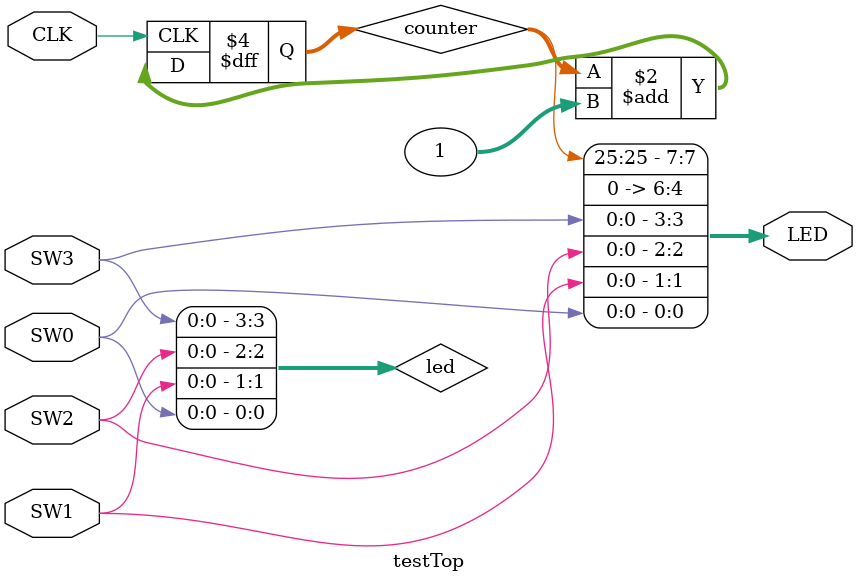
<source format=v>
`timescale 1ns / 1ps
module testTop(input CLK
	   , output [7:0] LED
		, input SW0
		, input SW1
		, input SW2
		, input SW3
	   );
		
reg [3:0] led;
reg [31:0] counter;
assign LED[3:0] = led;
assign LED[6:4] = 0;
assign LED[7] = counter[25];

always @ (posedge CLK) begin
	counter = counter + 1;
	end
	
always begin
	led[0] = SW0;
	led[1] = SW1;
	led[2] = SW2;
	led[3] = SW3;
end

endmodule

</source>
